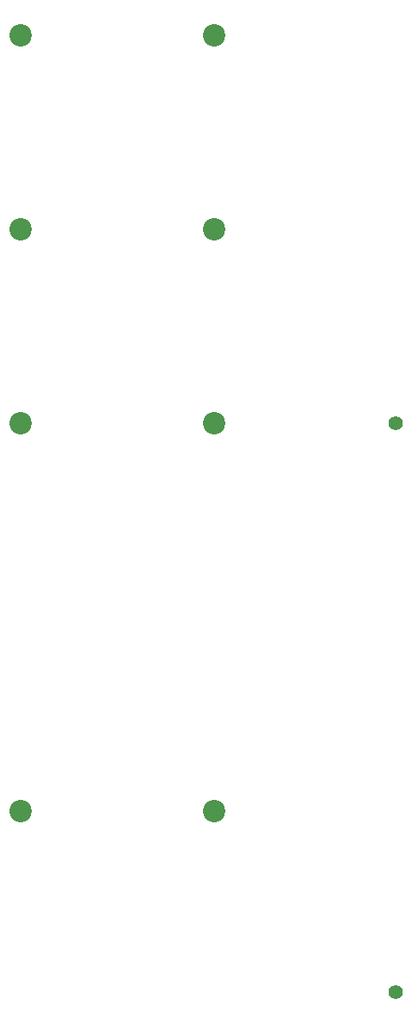
<source format=gbs>
G04 #@! TF.GenerationSoftware,KiCad,Pcbnew,(5.1.9)-1*
G04 #@! TF.CreationDate,2021-04-18T14:10:29+09:00*
G04 #@! TF.ProjectId,_____________,e6e135fa-7f28-4c8c-93d7-d7ecfcc82e6b,rev?*
G04 #@! TF.SameCoordinates,Original*
G04 #@! TF.FileFunction,Soldermask,Bot*
G04 #@! TF.FilePolarity,Negative*
%FSLAX46Y46*%
G04 Gerber Fmt 4.6, Leading zero omitted, Abs format (unit mm)*
G04 Created by KiCad (PCBNEW (5.1.9)-1) date 2021-04-18 14:10:29*
%MOMM*%
%LPD*%
G01*
G04 APERTURE LIST*
%ADD10C,1.400000*%
%ADD11C,2.200000*%
G04 APERTURE END LIST*
D10*
X-1225000Y1225000D03*
X-1225000Y57150000D03*
D11*
X-38100000Y57150000D03*
X-38100000Y95250000D03*
X-38100000Y76200000D03*
X-38100000Y19050000D03*
X-19050000Y95250000D03*
X-19050000Y76200000D03*
X-19050000Y57150000D03*
X-19050000Y19050000D03*
M02*

</source>
